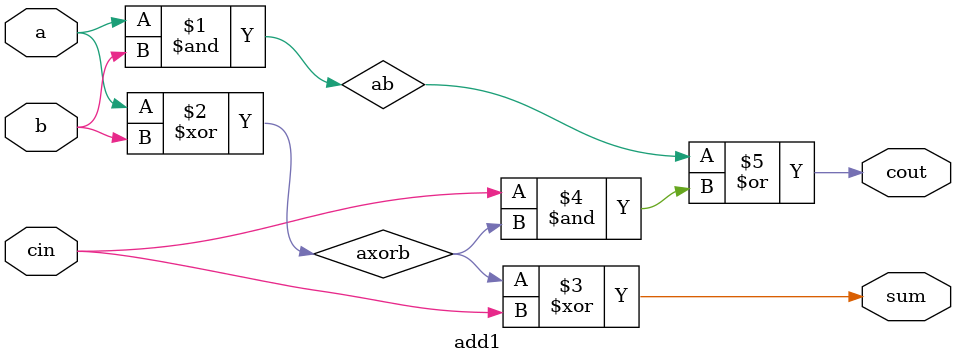
<source format=v>
module top_module (
  input [31:0] a,
  input [31:0] b,
  output [31:0] sum
);
  wire cout1, cout2;

  add16 ADD_1(
      .a(a[15:0]),
      .b(b[15:0]),
      .cin(1'b0),
      .sum(sum[15:0]),
      .cout(cout1),
  );
  add16 ADD_2(
      .a(a[31:16]),
      .b(b[31:16]),
      .cin(cout1),
      .sum(sum[31:16]),
      .cout(cout2),
  );

endmodule

module add1 ( input a, input b, input cin,   output sum, output cout );

  wire ab, axorb;

  assign ab = a & b;
  assign axorb = a ^ b;

  assign sum = axorb ^ cin;
  assign cout = ab | (cin & axorb); 

endmodule

</source>
